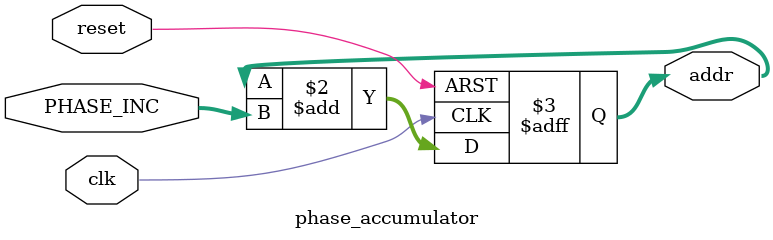
<source format=v>
`default_nettype none

module phase_accumulator (
  input  wire clk,
  input  wire reset,
  input  wire [7:0] PHASE_INC,
  output reg  [7:0] addr
);

  always @(posedge clk or posedge reset) begin
    if (reset)
      addr <= 8'd0;
    else
      addr <= addr + PHASE_INC;
  end

endmodule

</source>
